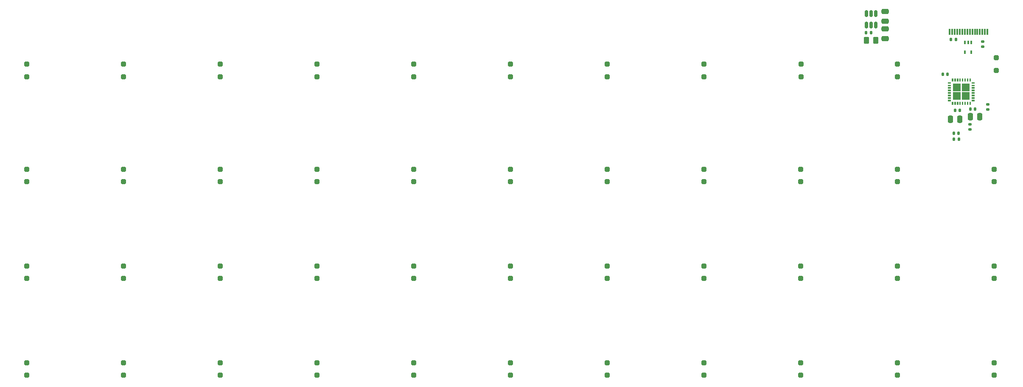
<source format=gbr>
%TF.GenerationSoftware,KiCad,Pcbnew,7.0.8*%
%TF.CreationDate,2023-10-13T02:07:57+02:00*%
%TF.ProjectId,keyboard_steamdeck,6b657962-6f61-4726-945f-737465616d64,V 1.0*%
%TF.SameCoordinates,Original*%
%TF.FileFunction,Paste,Bot*%
%TF.FilePolarity,Positive*%
%FSLAX46Y46*%
G04 Gerber Fmt 4.6, Leading zero omitted, Abs format (unit mm)*
G04 Created by KiCad (PCBNEW 7.0.8) date 2023-10-13 02:07:57*
%MOMM*%
%LPD*%
G01*
G04 APERTURE LIST*
G04 Aperture macros list*
%AMRoundRect*
0 Rectangle with rounded corners*
0 $1 Rounding radius*
0 $2 $3 $4 $5 $6 $7 $8 $9 X,Y pos of 4 corners*
0 Add a 4 corners polygon primitive as box body*
4,1,4,$2,$3,$4,$5,$6,$7,$8,$9,$2,$3,0*
0 Add four circle primitives for the rounded corners*
1,1,$1+$1,$2,$3*
1,1,$1+$1,$4,$5*
1,1,$1+$1,$6,$7*
1,1,$1+$1,$8,$9*
0 Add four rect primitives between the rounded corners*
20,1,$1+$1,$2,$3,$4,$5,0*
20,1,$1+$1,$4,$5,$6,$7,0*
20,1,$1+$1,$6,$7,$8,$9,0*
20,1,$1+$1,$8,$9,$2,$3,0*%
G04 Aperture macros list end*
%ADD10RoundRect,0.250000X0.250000X-0.250000X0.250000X0.250000X-0.250000X0.250000X-0.250000X-0.250000X0*%
%ADD11RoundRect,0.140000X0.140000X0.170000X-0.140000X0.170000X-0.140000X-0.170000X0.140000X-0.170000X0*%
%ADD12R,0.300000X1.200000*%
%ADD13RoundRect,0.150000X-0.150000X0.512500X-0.150000X-0.512500X0.150000X-0.512500X0.150000X0.512500X0*%
%ADD14RoundRect,0.140000X-0.140000X-0.170000X0.140000X-0.170000X0.140000X0.170000X-0.140000X0.170000X0*%
%ADD15RoundRect,0.250000X0.250000X0.475000X-0.250000X0.475000X-0.250000X-0.475000X0.250000X-0.475000X0*%
%ADD16RoundRect,0.135000X0.185000X-0.135000X0.185000X0.135000X-0.185000X0.135000X-0.185000X-0.135000X0*%
%ADD17RoundRect,0.250000X-0.262500X-0.450000X0.262500X-0.450000X0.262500X0.450000X-0.262500X0.450000X0*%
%ADD18RoundRect,0.250000X-0.250000X-0.475000X0.250000X-0.475000X0.250000X0.475000X-0.250000X0.475000X0*%
%ADD19RoundRect,0.135000X-0.135000X-0.185000X0.135000X-0.185000X0.135000X0.185000X-0.135000X0.185000X0*%
%ADD20RoundRect,0.250000X0.475000X-0.250000X0.475000X0.250000X-0.475000X0.250000X-0.475000X-0.250000X0*%
%ADD21RoundRect,0.135000X0.135000X0.185000X-0.135000X0.185000X-0.135000X-0.185000X0.135000X-0.185000X0*%
%ADD22RoundRect,0.250000X-0.475000X0.250000X-0.475000X-0.250000X0.475000X-0.250000X0.475000X0.250000X0*%
%ADD23R,0.400000X0.650000*%
G04 APERTURE END LIST*
%TO.C,IC1*%
G36*
X262841644Y-108362800D02*
G01*
X262536844Y-108362800D01*
X262536844Y-107753200D01*
X262841644Y-107753200D01*
X262841644Y-108362800D01*
G37*
G36*
X263341770Y-108362800D02*
G01*
X263036970Y-108362800D01*
X263036970Y-107753200D01*
X263341770Y-107753200D01*
X263341770Y-108362800D01*
G37*
G36*
X263841896Y-108362800D02*
G01*
X263537096Y-108362800D01*
X263537096Y-107753200D01*
X263841896Y-107753200D01*
X263841896Y-108362800D01*
G37*
G36*
X264342022Y-108362800D02*
G01*
X264037222Y-108362800D01*
X264037222Y-107753200D01*
X264342022Y-107753200D01*
X264342022Y-108362800D01*
G37*
G36*
X264842148Y-108362800D02*
G01*
X264537348Y-108362800D01*
X264537348Y-107753200D01*
X264842148Y-107753200D01*
X264842148Y-108362800D01*
G37*
G36*
X265342274Y-108362800D02*
G01*
X265037474Y-108362800D01*
X265037474Y-107753200D01*
X265342274Y-107753200D01*
X265342274Y-108362800D01*
G37*
G36*
X265842400Y-108362800D02*
G01*
X265537600Y-108362800D01*
X265537600Y-107753200D01*
X265842400Y-107753200D01*
X265842400Y-108362800D01*
G37*
G36*
X266342526Y-108362800D02*
G01*
X266037726Y-108362800D01*
X266037726Y-107753200D01*
X266342526Y-107753200D01*
X266342526Y-108362800D01*
G37*
G36*
X262394485Y-107610841D02*
G01*
X261784885Y-107610841D01*
X261784885Y-107306041D01*
X262394485Y-107306041D01*
X262394485Y-107610841D01*
G37*
G36*
X267094485Y-107610841D02*
G01*
X266484885Y-107610841D01*
X266484885Y-107306041D01*
X267094485Y-107306041D01*
X267094485Y-107610841D01*
G37*
G36*
X264339685Y-107335200D02*
G01*
X262812485Y-107335200D01*
X262812485Y-105808000D01*
X264339685Y-105808000D01*
X264339685Y-107335200D01*
G37*
G36*
X266066885Y-107335200D02*
G01*
X264539685Y-107335200D01*
X264539685Y-105808000D01*
X266066885Y-105808000D01*
X266066885Y-107335200D01*
G37*
G36*
X262394485Y-107110715D02*
G01*
X261784885Y-107110715D01*
X261784885Y-106805915D01*
X262394485Y-106805915D01*
X262394485Y-107110715D01*
G37*
G36*
X267094485Y-107110715D02*
G01*
X266484885Y-107110715D01*
X266484885Y-106805915D01*
X267094485Y-106805915D01*
X267094485Y-107110715D01*
G37*
G36*
X262394485Y-106610589D02*
G01*
X261784885Y-106610589D01*
X261784885Y-106305789D01*
X262394485Y-106305789D01*
X262394485Y-106610589D01*
G37*
G36*
X267094485Y-106610589D02*
G01*
X266484885Y-106610589D01*
X266484885Y-106305789D01*
X267094485Y-106305789D01*
X267094485Y-106610589D01*
G37*
G36*
X262394485Y-106110463D02*
G01*
X261784885Y-106110463D01*
X261784885Y-105805663D01*
X262394485Y-105805663D01*
X262394485Y-106110463D01*
G37*
G36*
X267094485Y-106110463D02*
G01*
X266484885Y-106110463D01*
X266484885Y-105805663D01*
X267094485Y-105805663D01*
X267094485Y-106110463D01*
G37*
G36*
X262394485Y-105610337D02*
G01*
X261784885Y-105610337D01*
X261784885Y-105305537D01*
X262394485Y-105305537D01*
X262394485Y-105610337D01*
G37*
G36*
X267094485Y-105610337D02*
G01*
X266484885Y-105610337D01*
X266484885Y-105305537D01*
X267094485Y-105305537D01*
X267094485Y-105610337D01*
G37*
G36*
X264339685Y-105608000D02*
G01*
X262812485Y-105608000D01*
X262812485Y-104080800D01*
X264339685Y-104080800D01*
X264339685Y-105608000D01*
G37*
G36*
X266066885Y-105608000D02*
G01*
X264539685Y-105608000D01*
X264539685Y-104080800D01*
X266066885Y-104080800D01*
X266066885Y-105608000D01*
G37*
G36*
X262394485Y-105110211D02*
G01*
X261784885Y-105110211D01*
X261784885Y-104805411D01*
X262394485Y-104805411D01*
X262394485Y-105110211D01*
G37*
G36*
X267094485Y-105110211D02*
G01*
X266484885Y-105110211D01*
X266484885Y-104805411D01*
X267094485Y-104805411D01*
X267094485Y-105110211D01*
G37*
G36*
X262394485Y-104610085D02*
G01*
X261784885Y-104610085D01*
X261784885Y-104305285D01*
X262394485Y-104305285D01*
X262394485Y-104610085D01*
G37*
G36*
X267094485Y-104610085D02*
G01*
X266484885Y-104610085D01*
X266484885Y-104305285D01*
X267094485Y-104305285D01*
X267094485Y-104610085D01*
G37*
G36*
X262394485Y-104109959D02*
G01*
X261784885Y-104109959D01*
X261784885Y-103805159D01*
X262394485Y-103805159D01*
X262394485Y-104109959D01*
G37*
G36*
X267094485Y-104109959D02*
G01*
X266484885Y-104109959D01*
X266484885Y-103805159D01*
X267094485Y-103805159D01*
X267094485Y-104109959D01*
G37*
G36*
X262841644Y-103662800D02*
G01*
X262536844Y-103662800D01*
X262536844Y-103053200D01*
X262841644Y-103053200D01*
X262841644Y-103662800D01*
G37*
G36*
X263341770Y-103662800D02*
G01*
X263036970Y-103662800D01*
X263036970Y-103053200D01*
X263341770Y-103053200D01*
X263341770Y-103662800D01*
G37*
G36*
X263841896Y-103662800D02*
G01*
X263537096Y-103662800D01*
X263537096Y-103053200D01*
X263841896Y-103053200D01*
X263841896Y-103662800D01*
G37*
G36*
X264342022Y-103662800D02*
G01*
X264037222Y-103662800D01*
X264037222Y-103053200D01*
X264342022Y-103053200D01*
X264342022Y-103662800D01*
G37*
G36*
X264842148Y-103662800D02*
G01*
X264537348Y-103662800D01*
X264537348Y-103053200D01*
X264842148Y-103053200D01*
X264842148Y-103662800D01*
G37*
G36*
X265342274Y-103662800D02*
G01*
X265037474Y-103662800D01*
X265037474Y-103053200D01*
X265342274Y-103053200D01*
X265342274Y-103662800D01*
G37*
G36*
X265842400Y-103662800D02*
G01*
X265537600Y-103662800D01*
X265537600Y-103053200D01*
X265842400Y-103053200D01*
X265842400Y-103662800D01*
G37*
G36*
X266342526Y-103662800D02*
G01*
X266037726Y-103662800D01*
X266037726Y-103053200D01*
X266342526Y-103053200D01*
X266342526Y-103662800D01*
G37*
%TD*%
D10*
%TO.C,D7*%
X97282000Y-123678000D03*
X97282000Y-121178000D03*
%TD*%
D11*
%TO.C,C2*%
X267170000Y-109208000D03*
X266210000Y-109208000D03*
%TD*%
D12*
%TO.C,J3*%
X262140000Y-93743000D03*
X263140000Y-93743000D03*
X264140000Y-93743000D03*
X265140000Y-93743000D03*
X266640000Y-93743000D03*
X267640000Y-93743000D03*
X268640000Y-93743000D03*
X269640000Y-93743000D03*
X269140000Y-93743000D03*
X268140000Y-93743000D03*
X267140000Y-93743000D03*
X266140000Y-93743000D03*
X265640000Y-93743000D03*
X264640000Y-93743000D03*
X263640000Y-93743000D03*
X262640000Y-93743000D03*
%TD*%
D10*
%TO.C,D11*%
X77978000Y-102708000D03*
X77978000Y-100208000D03*
%TD*%
%TO.C,D34*%
X193802000Y-162286000D03*
X193802000Y-159786000D03*
%TD*%
D13*
%TO.C,U2*%
X245508000Y-90133000D03*
X246458000Y-90133000D03*
X247408000Y-90133000D03*
X247408000Y-92408000D03*
X246458000Y-92408000D03*
X245508000Y-92408000D03*
%TD*%
D11*
%TO.C,C10*%
X246400000Y-93958000D03*
X245440000Y-93958000D03*
%TD*%
D10*
%TO.C,D10*%
X155194000Y-123678000D03*
X155194000Y-121178000D03*
%TD*%
%TO.C,D31*%
X174498000Y-142982000D03*
X174498000Y-140482000D03*
%TD*%
D14*
%TO.C,C3*%
X260710000Y-102208000D03*
X261670000Y-102208000D03*
%TD*%
D10*
%TO.C,D24*%
X97282000Y-162286000D03*
X97282000Y-159786000D03*
%TD*%
%TO.C,D4*%
X232410000Y-123678000D03*
X232410000Y-121178000D03*
%TD*%
%TO.C,D36*%
X213106000Y-162286000D03*
X213106000Y-159786000D03*
%TD*%
D15*
%TO.C,C4*%
X268140000Y-110708000D03*
X266240000Y-110708000D03*
%TD*%
D10*
%TO.C,D35*%
X213106000Y-142982000D03*
X213106000Y-140482000D03*
%TD*%
%TO.C,D44*%
X271018000Y-162286000D03*
X271018000Y-159786000D03*
%TD*%
%TO.C,D1*%
X174498000Y-123678000D03*
X174498000Y-121178000D03*
%TD*%
%TO.C,D37*%
X232410000Y-142982000D03*
X232410000Y-140482000D03*
%TD*%
%TO.C,D22*%
X77978000Y-162286000D03*
X77978000Y-159786000D03*
%TD*%
%TO.C,D42*%
X271018000Y-123678000D03*
X271018000Y-121178000D03*
%TD*%
%TO.C,D6*%
X77978000Y-123678000D03*
X77978000Y-121178000D03*
%TD*%
D16*
%TO.C,FB1*%
X266190000Y-113228000D03*
X266190000Y-112208000D03*
%TD*%
D10*
%TO.C,D20*%
X251714000Y-102708000D03*
X251714000Y-100208000D03*
%TD*%
%TO.C,D16*%
X174498000Y-102708000D03*
X174498000Y-100208000D03*
%TD*%
%TO.C,D9*%
X135890000Y-123678000D03*
X135890000Y-121178000D03*
%TD*%
%TO.C,D40*%
X251714000Y-162286000D03*
X251714000Y-159786000D03*
%TD*%
%TO.C,D41*%
X271440000Y-101458000D03*
X271440000Y-98958000D03*
%TD*%
%TO.C,D19*%
X232440000Y-102708000D03*
X232440000Y-100208000D03*
%TD*%
%TO.C,D30*%
X155194000Y-162286000D03*
X155194000Y-159786000D03*
%TD*%
%TO.C,D29*%
X155194000Y-142982000D03*
X155194000Y-140482000D03*
%TD*%
%TO.C,D5*%
X251714000Y-123678000D03*
X251714000Y-121178000D03*
%TD*%
%TO.C,D3*%
X213106000Y-123678000D03*
X213106000Y-121178000D03*
%TD*%
%TO.C,D32*%
X174498000Y-162286000D03*
X174498000Y-159786000D03*
%TD*%
%TO.C,D43*%
X271018000Y-142982000D03*
X271018000Y-140482000D03*
%TD*%
%TO.C,D17*%
X193802000Y-102708000D03*
X193802000Y-100208000D03*
%TD*%
%TO.C,D13*%
X116586000Y-102708000D03*
X116586000Y-100208000D03*
%TD*%
%TO.C,D26*%
X116586000Y-162286000D03*
X116586000Y-159786000D03*
%TD*%
%TO.C,D8*%
X116586000Y-123678000D03*
X116586000Y-121178000D03*
%TD*%
D17*
%TO.C,L2*%
X245527500Y-95458000D03*
X247352500Y-95458000D03*
%TD*%
D10*
%TO.C,D23*%
X97282000Y-142982000D03*
X97282000Y-140482000D03*
%TD*%
D16*
%TO.C,R6*%
X268690000Y-96708000D03*
X268690000Y-95688000D03*
%TD*%
D18*
%TO.C,C5*%
X262240000Y-111208000D03*
X264140000Y-111208000D03*
%TD*%
D10*
%TO.C,D27*%
X135890000Y-142982000D03*
X135890000Y-140482000D03*
%TD*%
%TO.C,D33*%
X193802000Y-142982000D03*
X193802000Y-140482000D03*
%TD*%
D19*
%TO.C,R3*%
X262378000Y-95250000D03*
X263398000Y-95250000D03*
%TD*%
D16*
%TO.C,R2*%
X269690000Y-109228000D03*
X269690000Y-108208000D03*
%TD*%
D10*
%TO.C,D21*%
X77978000Y-142982000D03*
X77978000Y-140482000D03*
%TD*%
D20*
%TO.C,C9*%
X249190000Y-95108000D03*
X249190000Y-93208000D03*
%TD*%
D10*
%TO.C,D15*%
X155194000Y-102708000D03*
X155194000Y-100208000D03*
%TD*%
D21*
%TO.C,R1*%
X263950000Y-115208000D03*
X262930000Y-115208000D03*
%TD*%
D14*
%TO.C,C1*%
X263210000Y-109458000D03*
X264170000Y-109458000D03*
%TD*%
D22*
%TO.C,C8*%
X249190000Y-89708000D03*
X249190000Y-91608000D03*
%TD*%
D10*
%TO.C,D2*%
X193802000Y-123678000D03*
X193802000Y-121178000D03*
%TD*%
%TO.C,D12*%
X97282000Y-102708000D03*
X97282000Y-100208000D03*
%TD*%
%TO.C,D25*%
X116586000Y-142982000D03*
X116586000Y-140482000D03*
%TD*%
%TO.C,D38*%
X232410000Y-162286000D03*
X232410000Y-159786000D03*
%TD*%
%TO.C,D28*%
X135890000Y-162286000D03*
X135890000Y-159786000D03*
%TD*%
D14*
%TO.C,C6*%
X262960000Y-113958000D03*
X263920000Y-113958000D03*
%TD*%
D23*
%TO.C,D46*%
X265146000Y-95890000D03*
X265796000Y-95890000D03*
X266446000Y-95890000D03*
X266446000Y-97790000D03*
X265146000Y-97790000D03*
%TD*%
D10*
%TO.C,D39*%
X251714000Y-142982000D03*
X251714000Y-140482000D03*
%TD*%
%TO.C,D14*%
X135890000Y-102708000D03*
X135890000Y-100208000D03*
%TD*%
%TO.C,D18*%
X213106000Y-102708000D03*
X213106000Y-100208000D03*
%TD*%
M02*

</source>
